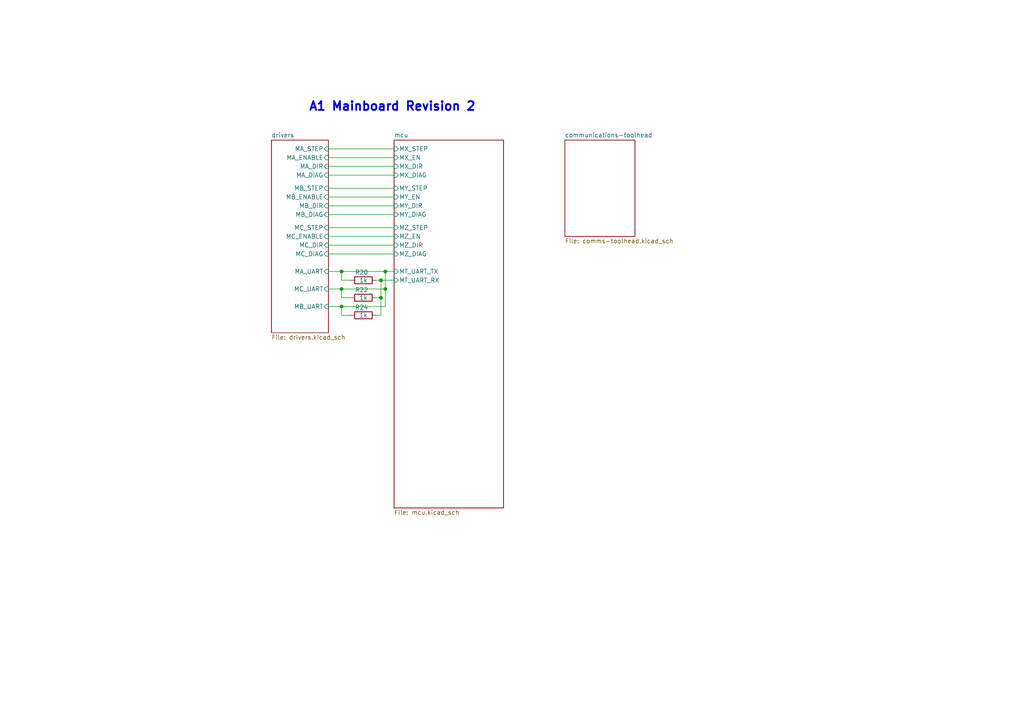
<source format=kicad_sch>
(kicad_sch (version 20250114) (generator "eeschema") (generator_version "9.0")
  (paper "A4")
  (lib_symbols
    (symbol "Device:R" (pin_numbers (hide yes)) (pin_names (offset 0))
      (property "Reference" "R" (at 2.032 0 90))
      (property "Value" "R" (at 0 0 90))
      (symbol "R_0_1"
        (rectangle (start -1.016 -2.54) (end 1.016 2.54) (stroke (width 0.254)))
      )
      (symbol "R_1_1"
        (pin passive line (at 0 3.81 270) (length 1.27) (name "~") (number "1"))
        (pin passive line (at 0 -3.81 90) (length 1.27) (name "~") (number "2"))
      )
    )
  )
  (text "A1 Mainboard Revision 2" (at 113.792 30.988 0) (effects (font (size 2.54 2.54) (thickness 0.508) (bold yes))))
  (junction (at 99.06 88.9))
  (junction (at 99.06 78.74))
  (junction (at 110.49 81.28))
  (junction (at 110.49 86.36))
  (junction (at 111.76 83.82))
  (junction (at 111.76 78.74))
  (junction (at 99.06 83.82))
  (wire (pts (xy 95.25 62.23) (xy 114.3 62.23)))
  (wire (pts (xy 95.25 73.66) (xy 114.3 73.66)))
  (wire (pts (xy 99.06 86.36) (xy 101.6 86.36)))
  (wire (pts (xy 95.25 50.8) (xy 114.3 50.8)))
  (wire (pts (xy 99.06 88.9) (xy 111.76 88.9)))
  (wire (pts (xy 110.49 91.44) (xy 110.49 86.36)))
  (wire (pts (xy 99.06 83.82) (xy 99.06 86.36)))
  (wire (pts (xy 95.25 68.58) (xy 114.3 68.58)))
  (wire (pts (xy 111.76 83.82) (xy 111.76 78.74)))
  (wire (pts (xy 99.06 83.82) (xy 111.76 83.82)))
  (wire (pts (xy 95.25 83.82) (xy 99.06 83.82)))
  (wire (pts (xy 99.06 81.28) (xy 101.6 81.28)))
  (wire (pts (xy 95.25 71.12) (xy 114.3 71.12)))
  (wire (pts (xy 99.06 91.44) (xy 101.6 91.44)))
  (wire (pts (xy 111.76 78.74) (xy 114.3 78.74)))
  (wire (pts (xy 110.49 86.36) (xy 110.49 81.28)))
  (wire (pts (xy 109.22 86.36) (xy 110.49 86.36)))
  (wire (pts (xy 99.06 78.74) (xy 111.76 78.74)))
  (wire (pts (xy 95.25 54.61) (xy 114.3 54.61)))
  (wire (pts (xy 109.22 81.28) (xy 110.49 81.28)))
  (wire (pts (xy 99.06 88.9) (xy 99.06 91.44)))
  (wire (pts (xy 99.06 78.74) (xy 99.06 81.28)))
  (wire (pts (xy 95.25 45.72) (xy 114.3 45.72)))
  (wire (pts (xy 95.25 48.26) (xy 114.3 48.26)))
  (wire (pts (xy 95.25 57.15) (xy 114.3 57.15)))
  (wire (pts (xy 95.25 88.9) (xy 99.06 88.9)))
  (wire (pts (xy 95.25 78.74) (xy 99.06 78.74)))
  (wire (pts (xy 95.25 43.18) (xy 114.3 43.18)))
  (wire (pts (xy 95.25 59.69) (xy 114.3 59.69)))
  (wire (pts (xy 109.22 91.44) (xy 110.49 91.44)))
  (wire (pts (xy 110.49 81.28) (xy 114.3 81.28)))
  (wire (pts (xy 95.25 66.04) (xy 114.3 66.04)))
  (wire (pts (xy 111.76 88.9) (xy 111.76 83.82)))
  (symbol (lib_id "Device:R") (at 105.41 91.44 90) (unit 1)
    (property "Reference" "R24" (at 104.902 89.154 90))
    (property "Value" "1k" (at 105.41 91.44 90))
    (property "Description" "Resistor" (effects (hide yes)))
  )
  (symbol (lib_id "Device:R") (at 105.41 86.36 90) (unit 1)
    (property "Reference" "R22" (at 104.902 84.074 90))
    (property "Value" "1k" (at 105.41 86.36 90))
    (property "Description" "Resistor" (effects (hide yes)))
  )
  (symbol (lib_id "Device:R") (at 105.41 81.28 90) (unit 1)
    (property "Reference" "R20" (at 104.902 78.994 90))
    (property "Value" "1k" (at 105.41 81.28 90))
    (property "Description" "Resistor" (effects (hide yes)))
  )
  (sheet (at 114.3 40.64) (size 31.75 106.68) (stroke (width 0.1524))
    (property "Sheetname" "mcu" (at 114.3 39.9284 0) (effects (justify left bottom)))
    (property "Sheetfile" "mcu.kicad_sch" (at 114.3 147.9046 0) (effects (justify left top)))
    (pin "MZ_DIAG" input (at 114.3 73.66 180))
    (pin "MX_DIR" input (at 114.3 48.26 180))
    (pin "MT_UART_RX" input (at 114.3 81.28 180))
    (pin "MT_UART_TX" input (at 114.3 78.74 180))
    (pin "MX_STEP" input (at 114.3 43.18 180))
    (pin "MY_STEP" input (at 114.3 54.61 180))
    (pin "MX_DIAG" input (at 114.3 50.8 180))
    (pin "MY_DIR" input (at 114.3 59.69 180))
    (pin "MX_EN" input (at 114.3 45.72 180))
    (pin "MZ_STEP" input (at 114.3 66.04 180))
    (pin "MY_EN" input (at 114.3 57.15 180))
    (pin "MY_DIAG" input (at 114.3 62.23 180))
    (pin "MZ_DIR" input (at 114.3 71.12 180))
    (pin "MZ_EN" input (at 114.3 68.58 180))
  )
  (sheet (at 163.83 40.64) (size 20.32 27.94) (stroke (width 0.1524))
    (property "Sheetname" "communications-toolhead" (at 163.83 39.9284 0) (effects (justify left bottom)))
    (property "Sheetfile" "comms-toolhead.kicad_sch" (at 163.83 69.1646 0) (effects (justify left top)))
  )
  (sheet (at 78.74 40.64) (size 16.51 55.88) (stroke (width 0.1524))
    (property "Sheetname" "drivers" (at 78.74 39.9284 0) (effects (justify left bottom)))
    (property "Sheetfile" "drivers.kicad_sch" (at 78.74 97.1046 0) (effects (justify left top)))
    (pin "MA_STEP" input (at 95.25 43.18 0))
    (pin "MA_ENABLE" input (at 95.25 45.72 0))
    (pin "MA_DIR" input (at 95.25 48.26 0))
    (pin "MA_DIAG" input (at 95.25 50.8 0))
    (pin "MB_STEP" input (at 95.25 54.61 0))
    (pin "MB_ENABLE" input (at 95.25 57.15 0))
    (pin "MB_DIR" input (at 95.25 59.69 0))
    (pin "MB_DIAG" input (at 95.25 62.23 0))
    (pin "MB_UART" input (at 95.25 88.9 0))
    (pin "MC_UART" input (at 95.25 83.82 0))
    (pin "MC_STEP" input (at 95.25 66.04 0))
    (pin "MC_ENABLE" input (at 95.25 68.58 0))
    (pin "MC_DIR" input (at 95.25 71.12 0))
    (pin "MC_DIAG" input (at 95.25 73.66 0))
    (pin "MA_UART" input (at 95.25 78.74 0))
  )
)
</source>
